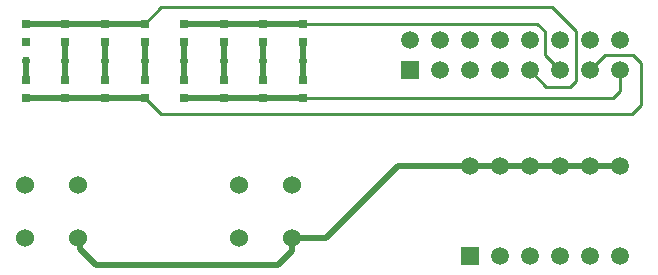
<source format=gtl>
%FSDAX24Y24*%
%MOIN*%
%SFA1B1*%

%IPPOS*%
%ADD10C,0.010000*%
%ADD13R,0.031500X0.031500*%
%ADD21C,0.020000*%
%ADD22C,0.060000*%
%ADD23C,0.059060*%
%ADD24R,0.059060X0.059060*%
%ADD25C,0.059060*%
%ADD26R,0.059060X0.059060*%
%ADD27C,0.030000*%
%LNde-140824_1-1*%
%LPD*%
G54D10*
X023387Y006897D02*
Y008297D01*
X023087Y006597D02*
X023387Y006897D01*
X007380Y006597D02*
X023087D01*
X006847Y007130D02*
X007380Y006597D01*
X022470Y007130D02*
X022687Y007347D01*
X012127Y007130D02*
X022470D01*
X022687Y007347D02*
Y008047D01*
X023137Y008547D02*
X023387Y008297D01*
X022187Y008547D02*
X023137D01*
X021687Y008047D02*
X022187Y008547D01*
X019937Y009597D02*
X020187Y009347D01*
X012127Y009597D02*
X019937D01*
X020437Y010147D02*
X021237Y009347D01*
X007397Y010147D02*
X020437D01*
X006847Y009597D02*
X007397Y010147D01*
X021237Y007697D02*
Y009347D01*
X020187Y008547D02*
Y009347D01*
X021037Y007497D02*
X021237Y007697D01*
X020237Y007497D02*
X021037D01*
X019687Y008047D02*
X020237Y007497D01*
X020187Y008547D02*
X020687Y008047D01*
G54D13*
X012127Y007130D03*
Y007721D03*
X006847Y007130D03*
Y007721D03*
X012127Y009597D03*
Y009006D03*
X006847Y009597D03*
Y009006D03*
X010807Y007130D03*
Y007721D03*
X005527Y007130D03*
Y007721D03*
Y009597D03*
Y009006D03*
X009487Y007130D03*
Y007721D03*
X004207Y007130D03*
Y007721D03*
X009487Y009597D03*
Y009006D03*
X004207Y009597D03*
Y009006D03*
X008167Y007130D03*
Y007721D03*
X002887Y007130D03*
Y007721D03*
Y009597D03*
Y009006D03*
X008167Y009597D03*
Y009006D03*
X010807Y009597D03*
Y009006D03*
G54D21*
X010807Y007721D02*
Y009006D01*
X012127Y008347D02*
Y009006D01*
Y007721D02*
Y008347D01*
X009487Y008363D02*
Y009006D01*
Y007721D02*
Y008363D01*
X008167D02*
Y009006D01*
Y007721D02*
Y008363D01*
X006847D02*
Y009006D01*
Y007721D02*
Y008363D01*
X005527Y008347D02*
Y009006D01*
Y007721D02*
Y008347D01*
X004207Y008363D02*
Y009006D01*
Y007721D02*
Y008363D01*
X002887Y007721D02*
Y008363D01*
Y009597D02*
X004207D01*
X005527*
X006847*
X008167D02*
X009487D01*
X010807*
X012127*
X010807Y007130D02*
X012127D01*
X009487D02*
X010807D01*
X008167D02*
X009487D01*
X005527D02*
X006847D01*
X004207D02*
X005527D01*
X002887D02*
X004207D01*
X012901Y002461D02*
X015287Y004847D01*
X011773Y002461D02*
X012901D01*
X015287Y004847D02*
X017687D01*
X018687*
X019687*
X020687*
X021687*
X022687*
X011763Y002451D02*
X011773Y002461D01*
X011763Y002022D02*
Y002451D01*
X004623Y002461D02*
X004697Y002387D01*
Y002087D02*
Y002387D01*
Y002087D02*
X005237Y001547D01*
X011287D02*
X011763Y002022D01*
X005237Y001547D02*
X011287D01*
G54D22*
X004623Y002461D03*
X002851D03*
X004623Y004232D03*
X002851D03*
X011773Y002461D03*
X010001D03*
X011773Y004232D03*
X010001D03*
G54D23*
X022687Y009047D03*
Y008047D03*
X021687Y009047D03*
Y008047D03*
X020687Y009047D03*
Y008047D03*
X019687Y009047D03*
Y008047D03*
X018687Y009047D03*
Y008047D03*
X017687Y009047D03*
Y008047D03*
X016687Y009047D03*
Y008047D03*
X015687Y009047D03*
X022687Y004847D03*
X021687D03*
X020687D03*
X019687D03*
X018687D03*
X017687D03*
X022687Y001847D03*
G54D24*
X015687Y008047D03*
G54D25*
X021687Y001847D03*
X020687D03*
X019687D03*
X018687D03*
G54D26*
X017687Y001847D03*
G54D27*
X012127Y008347D03*
X010787D03*
X009487Y008363D03*
X008167D03*
X006847D03*
X005527Y008347D03*
X004207Y008363D03*
X002887D03*
M02*
</source>
